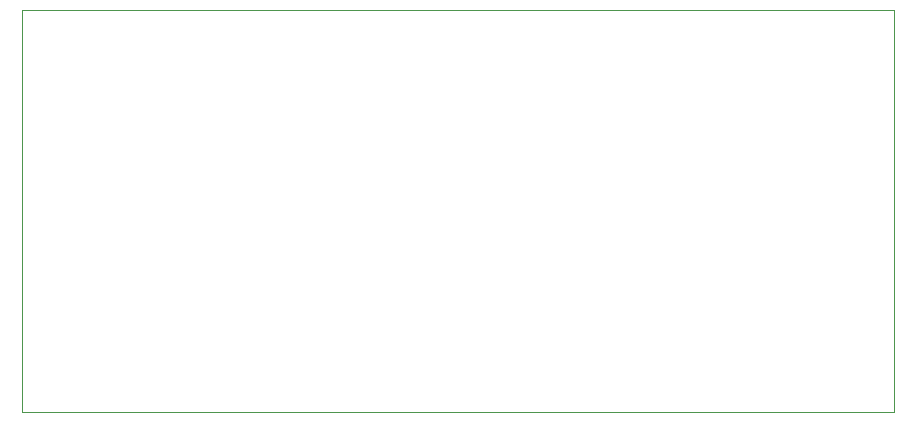
<source format=gm1>
G04 #@! TF.GenerationSoftware,KiCad,Pcbnew,6.0.1-79c1e3a40b~116~ubuntu18.04.1*
G04 #@! TF.CreationDate,2022-02-08T11:35:11+08:00*
G04 #@! TF.ProjectId,canbus_board,63616e62-7573-45f6-926f-6172642e6b69,rev?*
G04 #@! TF.SameCoordinates,Original*
G04 #@! TF.FileFunction,Profile,NP*
%FSLAX46Y46*%
G04 Gerber Fmt 4.6, Leading zero omitted, Abs format (unit mm)*
G04 Created by KiCad (PCBNEW 6.0.1-79c1e3a40b~116~ubuntu18.04.1) date 2022-02-08 11:35:11*
%MOMM*%
%LPD*%
G01*
G04 APERTURE LIST*
G04 #@! TA.AperFunction,Profile*
%ADD10C,0.100000*%
G04 #@! TD*
G04 APERTURE END LIST*
D10*
X127635000Y-34544000D02*
X53848000Y-34544000D01*
X53848000Y-34544000D02*
X53848000Y-68580000D01*
X53848000Y-68580000D02*
X127635000Y-68580000D01*
X127635000Y-68580000D02*
X127635000Y-34544000D01*
M02*

</source>
